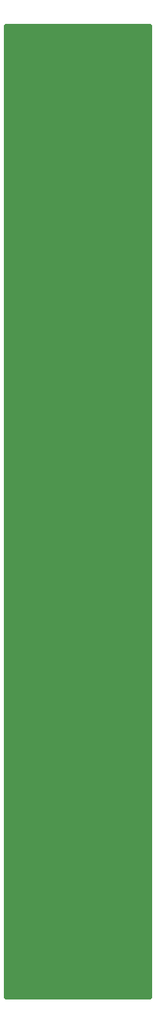
<source format=gbr>
G04 DipTrace 2.4.0.2*
%INBottom.gbr*%
%MOMM*%
%ADD13C,0.635*%
%ADD14O,7.3X5.3*%
%ADD15C,7.366*%
%ADD16C,6.2*%
%ADD17O,4.0X30.0*%
%ADD18C,4.3*%
%FSLAX53Y53*%
G04*
G71*
G90*
G75*
G01*
%LNBottom*%
%LPD*%
X635Y127297D2*
D13*
X19365D1*
X635Y126665D2*
X19365D1*
X635Y126034D2*
X19365D1*
X635Y125402D2*
X19365D1*
X635Y124770D2*
X19365D1*
X635Y124138D2*
X19365D1*
X635Y123507D2*
X19365D1*
X635Y122875D2*
X19365D1*
X635Y122243D2*
X19365D1*
X635Y121612D2*
X19365D1*
X635Y120980D2*
X19365D1*
X635Y120349D2*
X19365D1*
X635Y119717D2*
X19365D1*
X635Y119085D2*
X19365D1*
X635Y118454D2*
X19365D1*
X635Y117822D2*
X19365D1*
X635Y117190D2*
X19365D1*
X635Y116558D2*
X19365D1*
X635Y115927D2*
X19365D1*
X635Y115295D2*
X19365D1*
X635Y114663D2*
X19365D1*
X635Y114032D2*
X19365D1*
X635Y113400D2*
X19365D1*
X635Y112769D2*
X19365D1*
X635Y112137D2*
X19365D1*
X635Y111505D2*
X19365D1*
X635Y110873D2*
X19365D1*
X635Y110242D2*
X19365D1*
X635Y109610D2*
X19365D1*
X635Y108978D2*
X19365D1*
X635Y108347D2*
X19365D1*
X635Y107715D2*
X19365D1*
X635Y107084D2*
X19365D1*
X635Y106452D2*
X19365D1*
X635Y105820D2*
X19365D1*
X635Y105188D2*
X19365D1*
X635Y104557D2*
X19365D1*
X635Y103925D2*
X19365D1*
X635Y103293D2*
X19365D1*
X635Y102662D2*
X19365D1*
X635Y102030D2*
X19365D1*
X635Y101399D2*
X19365D1*
X635Y100767D2*
X19365D1*
X635Y100135D2*
X19365D1*
X635Y99503D2*
X19365D1*
X635Y98872D2*
X19365D1*
X635Y98240D2*
X19365D1*
X635Y97609D2*
X19365D1*
X635Y96977D2*
X19365D1*
X635Y96345D2*
X19365D1*
X635Y95713D2*
X19365D1*
X635Y95082D2*
X19365D1*
X635Y94450D2*
X19365D1*
X635Y93819D2*
X19365D1*
X635Y93187D2*
X19365D1*
X635Y92555D2*
X19365D1*
X635Y91923D2*
X19365D1*
X635Y91292D2*
X19365D1*
X635Y90660D2*
X19365D1*
X635Y90029D2*
X19365D1*
X635Y89397D2*
X19365D1*
X635Y88765D2*
X19365D1*
X635Y88133D2*
X19365D1*
X635Y87502D2*
X19365D1*
X635Y86870D2*
X19365D1*
X635Y86239D2*
X19365D1*
X635Y85607D2*
X19365D1*
X635Y84975D2*
X19365D1*
X635Y84343D2*
X19365D1*
X635Y83712D2*
X19365D1*
X635Y83080D2*
X19365D1*
X635Y82448D2*
X19365D1*
X635Y81817D2*
X19365D1*
X635Y81185D2*
X19365D1*
X635Y80553D2*
X19365D1*
X635Y79922D2*
X19365D1*
X635Y79290D2*
X19365D1*
X635Y78659D2*
X19365D1*
X635Y78027D2*
X19365D1*
X635Y77395D2*
X19365D1*
X635Y76764D2*
X19365D1*
X635Y76132D2*
X19365D1*
X635Y75500D2*
X19365D1*
X635Y74868D2*
X19365D1*
X635Y74237D2*
X19365D1*
X635Y73605D2*
X19365D1*
X635Y72974D2*
X19365D1*
X635Y72342D2*
X19365D1*
X635Y71710D2*
X19365D1*
X635Y71079D2*
X19365D1*
X635Y70447D2*
X19365D1*
X635Y69815D2*
X19365D1*
X635Y69183D2*
X19365D1*
X635Y68552D2*
X19365D1*
X635Y67920D2*
X19365D1*
X635Y67288D2*
X19365D1*
X635Y66657D2*
X19365D1*
X635Y66025D2*
X19365D1*
X635Y65394D2*
X19365D1*
X635Y64762D2*
X19365D1*
X635Y64130D2*
X19365D1*
X635Y63498D2*
X19365D1*
X635Y62867D2*
X19365D1*
X635Y62235D2*
X19365D1*
X635Y61603D2*
X19365D1*
X635Y60972D2*
X19365D1*
X635Y60340D2*
X19365D1*
X635Y59708D2*
X19365D1*
X635Y59077D2*
X19365D1*
X635Y58445D2*
X19365D1*
X635Y57813D2*
X19365D1*
X635Y57182D2*
X19365D1*
X635Y56550D2*
X19365D1*
X635Y55918D2*
X19365D1*
X635Y55287D2*
X19365D1*
X635Y54655D2*
X19365D1*
X635Y54023D2*
X19365D1*
X635Y53392D2*
X19365D1*
X635Y52760D2*
X19365D1*
X635Y52128D2*
X19365D1*
X635Y51497D2*
X19365D1*
X635Y50865D2*
X19365D1*
X635Y50233D2*
X19365D1*
X635Y49602D2*
X19365D1*
X635Y48970D2*
X19365D1*
X635Y48339D2*
X19365D1*
X635Y47707D2*
X19365D1*
X635Y47075D2*
X19365D1*
X635Y46444D2*
X19365D1*
X635Y45812D2*
X19365D1*
X635Y45180D2*
X19365D1*
X635Y44548D2*
X19365D1*
X635Y43917D2*
X19365D1*
X635Y43285D2*
X19365D1*
X635Y42654D2*
X19365D1*
X635Y42022D2*
X19365D1*
X635Y41390D2*
X19365D1*
X635Y40758D2*
X19365D1*
X635Y40127D2*
X19365D1*
X635Y39495D2*
X19365D1*
X635Y38863D2*
X19365D1*
X635Y38232D2*
X19365D1*
X635Y37600D2*
X19365D1*
X635Y36968D2*
X19365D1*
X635Y36337D2*
X19365D1*
X635Y35705D2*
X19365D1*
X635Y35073D2*
X19365D1*
X635Y34442D2*
X19365D1*
X635Y33810D2*
X19365D1*
X635Y33178D2*
X19365D1*
X635Y32547D2*
X19365D1*
X635Y31915D2*
X19365D1*
X635Y31284D2*
X19365D1*
X635Y30652D2*
X19365D1*
X635Y30020D2*
X19365D1*
X635Y29388D2*
X19365D1*
X635Y28757D2*
X19365D1*
X635Y28125D2*
X19365D1*
X635Y27493D2*
X19365D1*
X635Y26862D2*
X19365D1*
X635Y26230D2*
X19365D1*
X635Y25599D2*
X19365D1*
X635Y24967D2*
X19365D1*
X635Y24335D2*
X19365D1*
X635Y23704D2*
X19365D1*
X635Y23072D2*
X19365D1*
X635Y22440D2*
X19365D1*
X635Y21808D2*
X19365D1*
X635Y21177D2*
X19365D1*
X635Y20545D2*
X19365D1*
X635Y19913D2*
X19365D1*
X635Y19282D2*
X19365D1*
X635Y18650D2*
X19365D1*
X635Y18018D2*
X19365D1*
X635Y17387D2*
X19365D1*
X635Y16755D2*
X19365D1*
X635Y16123D2*
X19365D1*
X635Y15492D2*
X19365D1*
X635Y14860D2*
X19365D1*
X635Y14228D2*
X19365D1*
X635Y13597D2*
X19365D1*
X635Y12965D2*
X19365D1*
X635Y12333D2*
X19365D1*
X635Y11702D2*
X19365D1*
X635Y11070D2*
X19365D1*
X635Y10438D2*
X19365D1*
X635Y9807D2*
X19365D1*
X635Y9175D2*
X19365D1*
X635Y8544D2*
X19365D1*
X635Y7912D2*
X19365D1*
X635Y7280D2*
X19365D1*
X635Y6649D2*
X19365D1*
X635Y6017D2*
X19365D1*
X635Y5385D2*
X19365D1*
X635Y4754D2*
X19365D1*
X635Y4122D2*
X19365D1*
X635Y3490D2*
X19365D1*
X635Y2859D2*
X19365D1*
X635Y2227D2*
X19365D1*
X635Y1595D2*
X19365D1*
X635Y964D2*
X19365D1*
X572Y127611D2*
Y571D1*
X19429D1*
Y127928D1*
X572D1*
Y127611D1*
D14*
X7500Y125500D3*
Y3000D3*
D15*
X4928Y16243D3*
X15088D3*
X4928Y28943D3*
X15088D3*
D16*
X4928Y38849D3*
X15088D3*
D17*
X5301Y60439D3*
X14699D3*
Y95999D3*
X5301D3*
D18*
X10000Y116320D3*
M02*

</source>
